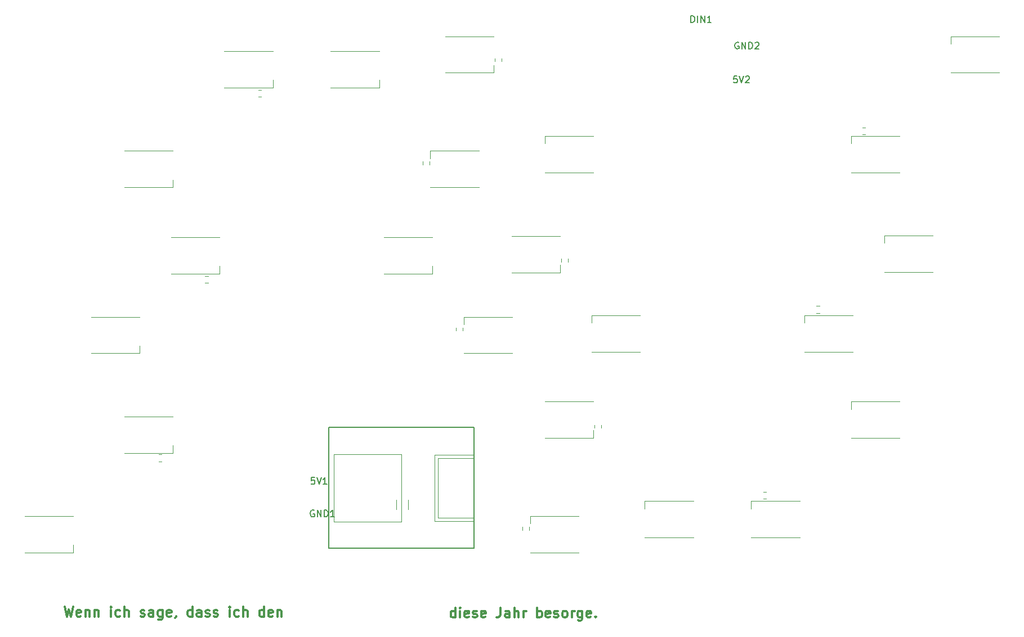
<source format=gbr>
%TF.GenerationSoftware,KiCad,Pcbnew,8.0.3*%
%TF.CreationDate,2024-12-20T11:05:53+01:00*%
%TF.ProjectId,christmas-tree,63687269-7374-46d6-9173-2d747265652e,rev?*%
%TF.SameCoordinates,Original*%
%TF.FileFunction,Legend,Top*%
%TF.FilePolarity,Positive*%
%FSLAX46Y46*%
G04 Gerber Fmt 4.6, Leading zero omitted, Abs format (unit mm)*
G04 Created by KiCad (PCBNEW 8.0.3) date 2024-12-20 11:05:53*
%MOMM*%
%LPD*%
G01*
G04 APERTURE LIST*
%ADD10C,0.300000*%
%ADD11C,0.150000*%
%ADD12C,0.120000*%
%ADD13C,0.100000*%
G04 APERTURE END LIST*
D10*
X123665225Y-158980828D02*
X123665225Y-157480828D01*
X123665225Y-158909400D02*
X123522367Y-158980828D01*
X123522367Y-158980828D02*
X123236653Y-158980828D01*
X123236653Y-158980828D02*
X123093796Y-158909400D01*
X123093796Y-158909400D02*
X123022367Y-158837971D01*
X123022367Y-158837971D02*
X122950939Y-158695114D01*
X122950939Y-158695114D02*
X122950939Y-158266542D01*
X122950939Y-158266542D02*
X123022367Y-158123685D01*
X123022367Y-158123685D02*
X123093796Y-158052257D01*
X123093796Y-158052257D02*
X123236653Y-157980828D01*
X123236653Y-157980828D02*
X123522367Y-157980828D01*
X123522367Y-157980828D02*
X123665225Y-158052257D01*
X124379510Y-158980828D02*
X124379510Y-157980828D01*
X124379510Y-157480828D02*
X124308082Y-157552257D01*
X124308082Y-157552257D02*
X124379510Y-157623685D01*
X124379510Y-157623685D02*
X124450939Y-157552257D01*
X124450939Y-157552257D02*
X124379510Y-157480828D01*
X124379510Y-157480828D02*
X124379510Y-157623685D01*
X125665225Y-158909400D02*
X125522368Y-158980828D01*
X125522368Y-158980828D02*
X125236654Y-158980828D01*
X125236654Y-158980828D02*
X125093796Y-158909400D01*
X125093796Y-158909400D02*
X125022368Y-158766542D01*
X125022368Y-158766542D02*
X125022368Y-158195114D01*
X125022368Y-158195114D02*
X125093796Y-158052257D01*
X125093796Y-158052257D02*
X125236654Y-157980828D01*
X125236654Y-157980828D02*
X125522368Y-157980828D01*
X125522368Y-157980828D02*
X125665225Y-158052257D01*
X125665225Y-158052257D02*
X125736654Y-158195114D01*
X125736654Y-158195114D02*
X125736654Y-158337971D01*
X125736654Y-158337971D02*
X125022368Y-158480828D01*
X126308082Y-158909400D02*
X126450939Y-158980828D01*
X126450939Y-158980828D02*
X126736653Y-158980828D01*
X126736653Y-158980828D02*
X126879510Y-158909400D01*
X126879510Y-158909400D02*
X126950939Y-158766542D01*
X126950939Y-158766542D02*
X126950939Y-158695114D01*
X126950939Y-158695114D02*
X126879510Y-158552257D01*
X126879510Y-158552257D02*
X126736653Y-158480828D01*
X126736653Y-158480828D02*
X126522368Y-158480828D01*
X126522368Y-158480828D02*
X126379510Y-158409400D01*
X126379510Y-158409400D02*
X126308082Y-158266542D01*
X126308082Y-158266542D02*
X126308082Y-158195114D01*
X126308082Y-158195114D02*
X126379510Y-158052257D01*
X126379510Y-158052257D02*
X126522368Y-157980828D01*
X126522368Y-157980828D02*
X126736653Y-157980828D01*
X126736653Y-157980828D02*
X126879510Y-158052257D01*
X128165225Y-158909400D02*
X128022368Y-158980828D01*
X128022368Y-158980828D02*
X127736654Y-158980828D01*
X127736654Y-158980828D02*
X127593796Y-158909400D01*
X127593796Y-158909400D02*
X127522368Y-158766542D01*
X127522368Y-158766542D02*
X127522368Y-158195114D01*
X127522368Y-158195114D02*
X127593796Y-158052257D01*
X127593796Y-158052257D02*
X127736654Y-157980828D01*
X127736654Y-157980828D02*
X128022368Y-157980828D01*
X128022368Y-157980828D02*
X128165225Y-158052257D01*
X128165225Y-158052257D02*
X128236654Y-158195114D01*
X128236654Y-158195114D02*
X128236654Y-158337971D01*
X128236654Y-158337971D02*
X127522368Y-158480828D01*
X130450939Y-157480828D02*
X130450939Y-158552257D01*
X130450939Y-158552257D02*
X130379510Y-158766542D01*
X130379510Y-158766542D02*
X130236653Y-158909400D01*
X130236653Y-158909400D02*
X130022367Y-158980828D01*
X130022367Y-158980828D02*
X129879510Y-158980828D01*
X131808082Y-158980828D02*
X131808082Y-158195114D01*
X131808082Y-158195114D02*
X131736653Y-158052257D01*
X131736653Y-158052257D02*
X131593796Y-157980828D01*
X131593796Y-157980828D02*
X131308082Y-157980828D01*
X131308082Y-157980828D02*
X131165224Y-158052257D01*
X131808082Y-158909400D02*
X131665224Y-158980828D01*
X131665224Y-158980828D02*
X131308082Y-158980828D01*
X131308082Y-158980828D02*
X131165224Y-158909400D01*
X131165224Y-158909400D02*
X131093796Y-158766542D01*
X131093796Y-158766542D02*
X131093796Y-158623685D01*
X131093796Y-158623685D02*
X131165224Y-158480828D01*
X131165224Y-158480828D02*
X131308082Y-158409400D01*
X131308082Y-158409400D02*
X131665224Y-158409400D01*
X131665224Y-158409400D02*
X131808082Y-158337971D01*
X132522367Y-158980828D02*
X132522367Y-157480828D01*
X133165225Y-158980828D02*
X133165225Y-158195114D01*
X133165225Y-158195114D02*
X133093796Y-158052257D01*
X133093796Y-158052257D02*
X132950939Y-157980828D01*
X132950939Y-157980828D02*
X132736653Y-157980828D01*
X132736653Y-157980828D02*
X132593796Y-158052257D01*
X132593796Y-158052257D02*
X132522367Y-158123685D01*
X133879510Y-158980828D02*
X133879510Y-157980828D01*
X133879510Y-158266542D02*
X133950939Y-158123685D01*
X133950939Y-158123685D02*
X134022368Y-158052257D01*
X134022368Y-158052257D02*
X134165225Y-157980828D01*
X134165225Y-157980828D02*
X134308082Y-157980828D01*
X135950938Y-158980828D02*
X135950938Y-157480828D01*
X135950938Y-158052257D02*
X136093796Y-157980828D01*
X136093796Y-157980828D02*
X136379510Y-157980828D01*
X136379510Y-157980828D02*
X136522367Y-158052257D01*
X136522367Y-158052257D02*
X136593796Y-158123685D01*
X136593796Y-158123685D02*
X136665224Y-158266542D01*
X136665224Y-158266542D02*
X136665224Y-158695114D01*
X136665224Y-158695114D02*
X136593796Y-158837971D01*
X136593796Y-158837971D02*
X136522367Y-158909400D01*
X136522367Y-158909400D02*
X136379510Y-158980828D01*
X136379510Y-158980828D02*
X136093796Y-158980828D01*
X136093796Y-158980828D02*
X135950938Y-158909400D01*
X137879510Y-158909400D02*
X137736653Y-158980828D01*
X137736653Y-158980828D02*
X137450939Y-158980828D01*
X137450939Y-158980828D02*
X137308081Y-158909400D01*
X137308081Y-158909400D02*
X137236653Y-158766542D01*
X137236653Y-158766542D02*
X137236653Y-158195114D01*
X137236653Y-158195114D02*
X137308081Y-158052257D01*
X137308081Y-158052257D02*
X137450939Y-157980828D01*
X137450939Y-157980828D02*
X137736653Y-157980828D01*
X137736653Y-157980828D02*
X137879510Y-158052257D01*
X137879510Y-158052257D02*
X137950939Y-158195114D01*
X137950939Y-158195114D02*
X137950939Y-158337971D01*
X137950939Y-158337971D02*
X137236653Y-158480828D01*
X138522367Y-158909400D02*
X138665224Y-158980828D01*
X138665224Y-158980828D02*
X138950938Y-158980828D01*
X138950938Y-158980828D02*
X139093795Y-158909400D01*
X139093795Y-158909400D02*
X139165224Y-158766542D01*
X139165224Y-158766542D02*
X139165224Y-158695114D01*
X139165224Y-158695114D02*
X139093795Y-158552257D01*
X139093795Y-158552257D02*
X138950938Y-158480828D01*
X138950938Y-158480828D02*
X138736653Y-158480828D01*
X138736653Y-158480828D02*
X138593795Y-158409400D01*
X138593795Y-158409400D02*
X138522367Y-158266542D01*
X138522367Y-158266542D02*
X138522367Y-158195114D01*
X138522367Y-158195114D02*
X138593795Y-158052257D01*
X138593795Y-158052257D02*
X138736653Y-157980828D01*
X138736653Y-157980828D02*
X138950938Y-157980828D01*
X138950938Y-157980828D02*
X139093795Y-158052257D01*
X140022367Y-158980828D02*
X139879510Y-158909400D01*
X139879510Y-158909400D02*
X139808081Y-158837971D01*
X139808081Y-158837971D02*
X139736653Y-158695114D01*
X139736653Y-158695114D02*
X139736653Y-158266542D01*
X139736653Y-158266542D02*
X139808081Y-158123685D01*
X139808081Y-158123685D02*
X139879510Y-158052257D01*
X139879510Y-158052257D02*
X140022367Y-157980828D01*
X140022367Y-157980828D02*
X140236653Y-157980828D01*
X140236653Y-157980828D02*
X140379510Y-158052257D01*
X140379510Y-158052257D02*
X140450939Y-158123685D01*
X140450939Y-158123685D02*
X140522367Y-158266542D01*
X140522367Y-158266542D02*
X140522367Y-158695114D01*
X140522367Y-158695114D02*
X140450939Y-158837971D01*
X140450939Y-158837971D02*
X140379510Y-158909400D01*
X140379510Y-158909400D02*
X140236653Y-158980828D01*
X140236653Y-158980828D02*
X140022367Y-158980828D01*
X141165224Y-158980828D02*
X141165224Y-157980828D01*
X141165224Y-158266542D02*
X141236653Y-158123685D01*
X141236653Y-158123685D02*
X141308082Y-158052257D01*
X141308082Y-158052257D02*
X141450939Y-157980828D01*
X141450939Y-157980828D02*
X141593796Y-157980828D01*
X142736653Y-157980828D02*
X142736653Y-159195114D01*
X142736653Y-159195114D02*
X142665224Y-159337971D01*
X142665224Y-159337971D02*
X142593795Y-159409400D01*
X142593795Y-159409400D02*
X142450938Y-159480828D01*
X142450938Y-159480828D02*
X142236653Y-159480828D01*
X142236653Y-159480828D02*
X142093795Y-159409400D01*
X142736653Y-158909400D02*
X142593795Y-158980828D01*
X142593795Y-158980828D02*
X142308081Y-158980828D01*
X142308081Y-158980828D02*
X142165224Y-158909400D01*
X142165224Y-158909400D02*
X142093795Y-158837971D01*
X142093795Y-158837971D02*
X142022367Y-158695114D01*
X142022367Y-158695114D02*
X142022367Y-158266542D01*
X142022367Y-158266542D02*
X142093795Y-158123685D01*
X142093795Y-158123685D02*
X142165224Y-158052257D01*
X142165224Y-158052257D02*
X142308081Y-157980828D01*
X142308081Y-157980828D02*
X142593795Y-157980828D01*
X142593795Y-157980828D02*
X142736653Y-158052257D01*
X144022367Y-158909400D02*
X143879510Y-158980828D01*
X143879510Y-158980828D02*
X143593796Y-158980828D01*
X143593796Y-158980828D02*
X143450938Y-158909400D01*
X143450938Y-158909400D02*
X143379510Y-158766542D01*
X143379510Y-158766542D02*
X143379510Y-158195114D01*
X143379510Y-158195114D02*
X143450938Y-158052257D01*
X143450938Y-158052257D02*
X143593796Y-157980828D01*
X143593796Y-157980828D02*
X143879510Y-157980828D01*
X143879510Y-157980828D02*
X144022367Y-158052257D01*
X144022367Y-158052257D02*
X144093796Y-158195114D01*
X144093796Y-158195114D02*
X144093796Y-158337971D01*
X144093796Y-158337971D02*
X143379510Y-158480828D01*
X144736652Y-158837971D02*
X144808081Y-158909400D01*
X144808081Y-158909400D02*
X144736652Y-158980828D01*
X144736652Y-158980828D02*
X144665224Y-158909400D01*
X144665224Y-158909400D02*
X144736652Y-158837971D01*
X144736652Y-158837971D02*
X144736652Y-158980828D01*
X64886653Y-157330828D02*
X65243796Y-158830828D01*
X65243796Y-158830828D02*
X65529510Y-157759400D01*
X65529510Y-157759400D02*
X65815225Y-158830828D01*
X65815225Y-158830828D02*
X66172368Y-157330828D01*
X67315225Y-158759400D02*
X67172368Y-158830828D01*
X67172368Y-158830828D02*
X66886654Y-158830828D01*
X66886654Y-158830828D02*
X66743796Y-158759400D01*
X66743796Y-158759400D02*
X66672368Y-158616542D01*
X66672368Y-158616542D02*
X66672368Y-158045114D01*
X66672368Y-158045114D02*
X66743796Y-157902257D01*
X66743796Y-157902257D02*
X66886654Y-157830828D01*
X66886654Y-157830828D02*
X67172368Y-157830828D01*
X67172368Y-157830828D02*
X67315225Y-157902257D01*
X67315225Y-157902257D02*
X67386654Y-158045114D01*
X67386654Y-158045114D02*
X67386654Y-158187971D01*
X67386654Y-158187971D02*
X66672368Y-158330828D01*
X68029510Y-157830828D02*
X68029510Y-158830828D01*
X68029510Y-157973685D02*
X68100939Y-157902257D01*
X68100939Y-157902257D02*
X68243796Y-157830828D01*
X68243796Y-157830828D02*
X68458082Y-157830828D01*
X68458082Y-157830828D02*
X68600939Y-157902257D01*
X68600939Y-157902257D02*
X68672368Y-158045114D01*
X68672368Y-158045114D02*
X68672368Y-158830828D01*
X69386653Y-157830828D02*
X69386653Y-158830828D01*
X69386653Y-157973685D02*
X69458082Y-157902257D01*
X69458082Y-157902257D02*
X69600939Y-157830828D01*
X69600939Y-157830828D02*
X69815225Y-157830828D01*
X69815225Y-157830828D02*
X69958082Y-157902257D01*
X69958082Y-157902257D02*
X70029511Y-158045114D01*
X70029511Y-158045114D02*
X70029511Y-158830828D01*
X71886653Y-158830828D02*
X71886653Y-157830828D01*
X71886653Y-157330828D02*
X71815225Y-157402257D01*
X71815225Y-157402257D02*
X71886653Y-157473685D01*
X71886653Y-157473685D02*
X71958082Y-157402257D01*
X71958082Y-157402257D02*
X71886653Y-157330828D01*
X71886653Y-157330828D02*
X71886653Y-157473685D01*
X73243797Y-158759400D02*
X73100939Y-158830828D01*
X73100939Y-158830828D02*
X72815225Y-158830828D01*
X72815225Y-158830828D02*
X72672368Y-158759400D01*
X72672368Y-158759400D02*
X72600939Y-158687971D01*
X72600939Y-158687971D02*
X72529511Y-158545114D01*
X72529511Y-158545114D02*
X72529511Y-158116542D01*
X72529511Y-158116542D02*
X72600939Y-157973685D01*
X72600939Y-157973685D02*
X72672368Y-157902257D01*
X72672368Y-157902257D02*
X72815225Y-157830828D01*
X72815225Y-157830828D02*
X73100939Y-157830828D01*
X73100939Y-157830828D02*
X73243797Y-157902257D01*
X73886653Y-158830828D02*
X73886653Y-157330828D01*
X74529511Y-158830828D02*
X74529511Y-158045114D01*
X74529511Y-158045114D02*
X74458082Y-157902257D01*
X74458082Y-157902257D02*
X74315225Y-157830828D01*
X74315225Y-157830828D02*
X74100939Y-157830828D01*
X74100939Y-157830828D02*
X73958082Y-157902257D01*
X73958082Y-157902257D02*
X73886653Y-157973685D01*
X76315225Y-158759400D02*
X76458082Y-158830828D01*
X76458082Y-158830828D02*
X76743796Y-158830828D01*
X76743796Y-158830828D02*
X76886653Y-158759400D01*
X76886653Y-158759400D02*
X76958082Y-158616542D01*
X76958082Y-158616542D02*
X76958082Y-158545114D01*
X76958082Y-158545114D02*
X76886653Y-158402257D01*
X76886653Y-158402257D02*
X76743796Y-158330828D01*
X76743796Y-158330828D02*
X76529511Y-158330828D01*
X76529511Y-158330828D02*
X76386653Y-158259400D01*
X76386653Y-158259400D02*
X76315225Y-158116542D01*
X76315225Y-158116542D02*
X76315225Y-158045114D01*
X76315225Y-158045114D02*
X76386653Y-157902257D01*
X76386653Y-157902257D02*
X76529511Y-157830828D01*
X76529511Y-157830828D02*
X76743796Y-157830828D01*
X76743796Y-157830828D02*
X76886653Y-157902257D01*
X78243797Y-158830828D02*
X78243797Y-158045114D01*
X78243797Y-158045114D02*
X78172368Y-157902257D01*
X78172368Y-157902257D02*
X78029511Y-157830828D01*
X78029511Y-157830828D02*
X77743797Y-157830828D01*
X77743797Y-157830828D02*
X77600939Y-157902257D01*
X78243797Y-158759400D02*
X78100939Y-158830828D01*
X78100939Y-158830828D02*
X77743797Y-158830828D01*
X77743797Y-158830828D02*
X77600939Y-158759400D01*
X77600939Y-158759400D02*
X77529511Y-158616542D01*
X77529511Y-158616542D02*
X77529511Y-158473685D01*
X77529511Y-158473685D02*
X77600939Y-158330828D01*
X77600939Y-158330828D02*
X77743797Y-158259400D01*
X77743797Y-158259400D02*
X78100939Y-158259400D01*
X78100939Y-158259400D02*
X78243797Y-158187971D01*
X79600940Y-157830828D02*
X79600940Y-159045114D01*
X79600940Y-159045114D02*
X79529511Y-159187971D01*
X79529511Y-159187971D02*
X79458082Y-159259400D01*
X79458082Y-159259400D02*
X79315225Y-159330828D01*
X79315225Y-159330828D02*
X79100940Y-159330828D01*
X79100940Y-159330828D02*
X78958082Y-159259400D01*
X79600940Y-158759400D02*
X79458082Y-158830828D01*
X79458082Y-158830828D02*
X79172368Y-158830828D01*
X79172368Y-158830828D02*
X79029511Y-158759400D01*
X79029511Y-158759400D02*
X78958082Y-158687971D01*
X78958082Y-158687971D02*
X78886654Y-158545114D01*
X78886654Y-158545114D02*
X78886654Y-158116542D01*
X78886654Y-158116542D02*
X78958082Y-157973685D01*
X78958082Y-157973685D02*
X79029511Y-157902257D01*
X79029511Y-157902257D02*
X79172368Y-157830828D01*
X79172368Y-157830828D02*
X79458082Y-157830828D01*
X79458082Y-157830828D02*
X79600940Y-157902257D01*
X80886654Y-158759400D02*
X80743797Y-158830828D01*
X80743797Y-158830828D02*
X80458083Y-158830828D01*
X80458083Y-158830828D02*
X80315225Y-158759400D01*
X80315225Y-158759400D02*
X80243797Y-158616542D01*
X80243797Y-158616542D02*
X80243797Y-158045114D01*
X80243797Y-158045114D02*
X80315225Y-157902257D01*
X80315225Y-157902257D02*
X80458083Y-157830828D01*
X80458083Y-157830828D02*
X80743797Y-157830828D01*
X80743797Y-157830828D02*
X80886654Y-157902257D01*
X80886654Y-157902257D02*
X80958083Y-158045114D01*
X80958083Y-158045114D02*
X80958083Y-158187971D01*
X80958083Y-158187971D02*
X80243797Y-158330828D01*
X81672368Y-158759400D02*
X81672368Y-158830828D01*
X81672368Y-158830828D02*
X81600939Y-158973685D01*
X81600939Y-158973685D02*
X81529511Y-159045114D01*
X84100940Y-158830828D02*
X84100940Y-157330828D01*
X84100940Y-158759400D02*
X83958082Y-158830828D01*
X83958082Y-158830828D02*
X83672368Y-158830828D01*
X83672368Y-158830828D02*
X83529511Y-158759400D01*
X83529511Y-158759400D02*
X83458082Y-158687971D01*
X83458082Y-158687971D02*
X83386654Y-158545114D01*
X83386654Y-158545114D02*
X83386654Y-158116542D01*
X83386654Y-158116542D02*
X83458082Y-157973685D01*
X83458082Y-157973685D02*
X83529511Y-157902257D01*
X83529511Y-157902257D02*
X83672368Y-157830828D01*
X83672368Y-157830828D02*
X83958082Y-157830828D01*
X83958082Y-157830828D02*
X84100940Y-157902257D01*
X85458083Y-158830828D02*
X85458083Y-158045114D01*
X85458083Y-158045114D02*
X85386654Y-157902257D01*
X85386654Y-157902257D02*
X85243797Y-157830828D01*
X85243797Y-157830828D02*
X84958083Y-157830828D01*
X84958083Y-157830828D02*
X84815225Y-157902257D01*
X85458083Y-158759400D02*
X85315225Y-158830828D01*
X85315225Y-158830828D02*
X84958083Y-158830828D01*
X84958083Y-158830828D02*
X84815225Y-158759400D01*
X84815225Y-158759400D02*
X84743797Y-158616542D01*
X84743797Y-158616542D02*
X84743797Y-158473685D01*
X84743797Y-158473685D02*
X84815225Y-158330828D01*
X84815225Y-158330828D02*
X84958083Y-158259400D01*
X84958083Y-158259400D02*
X85315225Y-158259400D01*
X85315225Y-158259400D02*
X85458083Y-158187971D01*
X86100940Y-158759400D02*
X86243797Y-158830828D01*
X86243797Y-158830828D02*
X86529511Y-158830828D01*
X86529511Y-158830828D02*
X86672368Y-158759400D01*
X86672368Y-158759400D02*
X86743797Y-158616542D01*
X86743797Y-158616542D02*
X86743797Y-158545114D01*
X86743797Y-158545114D02*
X86672368Y-158402257D01*
X86672368Y-158402257D02*
X86529511Y-158330828D01*
X86529511Y-158330828D02*
X86315226Y-158330828D01*
X86315226Y-158330828D02*
X86172368Y-158259400D01*
X86172368Y-158259400D02*
X86100940Y-158116542D01*
X86100940Y-158116542D02*
X86100940Y-158045114D01*
X86100940Y-158045114D02*
X86172368Y-157902257D01*
X86172368Y-157902257D02*
X86315226Y-157830828D01*
X86315226Y-157830828D02*
X86529511Y-157830828D01*
X86529511Y-157830828D02*
X86672368Y-157902257D01*
X87315226Y-158759400D02*
X87458083Y-158830828D01*
X87458083Y-158830828D02*
X87743797Y-158830828D01*
X87743797Y-158830828D02*
X87886654Y-158759400D01*
X87886654Y-158759400D02*
X87958083Y-158616542D01*
X87958083Y-158616542D02*
X87958083Y-158545114D01*
X87958083Y-158545114D02*
X87886654Y-158402257D01*
X87886654Y-158402257D02*
X87743797Y-158330828D01*
X87743797Y-158330828D02*
X87529512Y-158330828D01*
X87529512Y-158330828D02*
X87386654Y-158259400D01*
X87386654Y-158259400D02*
X87315226Y-158116542D01*
X87315226Y-158116542D02*
X87315226Y-158045114D01*
X87315226Y-158045114D02*
X87386654Y-157902257D01*
X87386654Y-157902257D02*
X87529512Y-157830828D01*
X87529512Y-157830828D02*
X87743797Y-157830828D01*
X87743797Y-157830828D02*
X87886654Y-157902257D01*
X89743797Y-158830828D02*
X89743797Y-157830828D01*
X89743797Y-157330828D02*
X89672369Y-157402257D01*
X89672369Y-157402257D02*
X89743797Y-157473685D01*
X89743797Y-157473685D02*
X89815226Y-157402257D01*
X89815226Y-157402257D02*
X89743797Y-157330828D01*
X89743797Y-157330828D02*
X89743797Y-157473685D01*
X91100941Y-158759400D02*
X90958083Y-158830828D01*
X90958083Y-158830828D02*
X90672369Y-158830828D01*
X90672369Y-158830828D02*
X90529512Y-158759400D01*
X90529512Y-158759400D02*
X90458083Y-158687971D01*
X90458083Y-158687971D02*
X90386655Y-158545114D01*
X90386655Y-158545114D02*
X90386655Y-158116542D01*
X90386655Y-158116542D02*
X90458083Y-157973685D01*
X90458083Y-157973685D02*
X90529512Y-157902257D01*
X90529512Y-157902257D02*
X90672369Y-157830828D01*
X90672369Y-157830828D02*
X90958083Y-157830828D01*
X90958083Y-157830828D02*
X91100941Y-157902257D01*
X91743797Y-158830828D02*
X91743797Y-157330828D01*
X92386655Y-158830828D02*
X92386655Y-158045114D01*
X92386655Y-158045114D02*
X92315226Y-157902257D01*
X92315226Y-157902257D02*
X92172369Y-157830828D01*
X92172369Y-157830828D02*
X91958083Y-157830828D01*
X91958083Y-157830828D02*
X91815226Y-157902257D01*
X91815226Y-157902257D02*
X91743797Y-157973685D01*
X94886655Y-158830828D02*
X94886655Y-157330828D01*
X94886655Y-158759400D02*
X94743797Y-158830828D01*
X94743797Y-158830828D02*
X94458083Y-158830828D01*
X94458083Y-158830828D02*
X94315226Y-158759400D01*
X94315226Y-158759400D02*
X94243797Y-158687971D01*
X94243797Y-158687971D02*
X94172369Y-158545114D01*
X94172369Y-158545114D02*
X94172369Y-158116542D01*
X94172369Y-158116542D02*
X94243797Y-157973685D01*
X94243797Y-157973685D02*
X94315226Y-157902257D01*
X94315226Y-157902257D02*
X94458083Y-157830828D01*
X94458083Y-157830828D02*
X94743797Y-157830828D01*
X94743797Y-157830828D02*
X94886655Y-157902257D01*
X96172369Y-158759400D02*
X96029512Y-158830828D01*
X96029512Y-158830828D02*
X95743798Y-158830828D01*
X95743798Y-158830828D02*
X95600940Y-158759400D01*
X95600940Y-158759400D02*
X95529512Y-158616542D01*
X95529512Y-158616542D02*
X95529512Y-158045114D01*
X95529512Y-158045114D02*
X95600940Y-157902257D01*
X95600940Y-157902257D02*
X95743798Y-157830828D01*
X95743798Y-157830828D02*
X96029512Y-157830828D01*
X96029512Y-157830828D02*
X96172369Y-157902257D01*
X96172369Y-157902257D02*
X96243798Y-158045114D01*
X96243798Y-158045114D02*
X96243798Y-158187971D01*
X96243798Y-158187971D02*
X95529512Y-158330828D01*
X96886654Y-157830828D02*
X96886654Y-158830828D01*
X96886654Y-157973685D02*
X96958083Y-157902257D01*
X96958083Y-157902257D02*
X97100940Y-157830828D01*
X97100940Y-157830828D02*
X97315226Y-157830828D01*
X97315226Y-157830828D02*
X97458083Y-157902257D01*
X97458083Y-157902257D02*
X97529512Y-158045114D01*
X97529512Y-158045114D02*
X97529512Y-158830828D01*
D11*
X166033333Y-77454819D02*
X165557143Y-77454819D01*
X165557143Y-77454819D02*
X165509524Y-77931009D01*
X165509524Y-77931009D02*
X165557143Y-77883390D01*
X165557143Y-77883390D02*
X165652381Y-77835771D01*
X165652381Y-77835771D02*
X165890476Y-77835771D01*
X165890476Y-77835771D02*
X165985714Y-77883390D01*
X165985714Y-77883390D02*
X166033333Y-77931009D01*
X166033333Y-77931009D02*
X166080952Y-78026247D01*
X166080952Y-78026247D02*
X166080952Y-78264342D01*
X166080952Y-78264342D02*
X166033333Y-78359580D01*
X166033333Y-78359580D02*
X165985714Y-78407200D01*
X165985714Y-78407200D02*
X165890476Y-78454819D01*
X165890476Y-78454819D02*
X165652381Y-78454819D01*
X165652381Y-78454819D02*
X165557143Y-78407200D01*
X165557143Y-78407200D02*
X165509524Y-78359580D01*
X166366667Y-77454819D02*
X166700000Y-78454819D01*
X166700000Y-78454819D02*
X167033333Y-77454819D01*
X167319048Y-77550057D02*
X167366667Y-77502438D01*
X167366667Y-77502438D02*
X167461905Y-77454819D01*
X167461905Y-77454819D02*
X167700000Y-77454819D01*
X167700000Y-77454819D02*
X167795238Y-77502438D01*
X167795238Y-77502438D02*
X167842857Y-77550057D01*
X167842857Y-77550057D02*
X167890476Y-77645295D01*
X167890476Y-77645295D02*
X167890476Y-77740533D01*
X167890476Y-77740533D02*
X167842857Y-77883390D01*
X167842857Y-77883390D02*
X167271429Y-78454819D01*
X167271429Y-78454819D02*
X167890476Y-78454819D01*
X102483333Y-137904819D02*
X102007143Y-137904819D01*
X102007143Y-137904819D02*
X101959524Y-138381009D01*
X101959524Y-138381009D02*
X102007143Y-138333390D01*
X102007143Y-138333390D02*
X102102381Y-138285771D01*
X102102381Y-138285771D02*
X102340476Y-138285771D01*
X102340476Y-138285771D02*
X102435714Y-138333390D01*
X102435714Y-138333390D02*
X102483333Y-138381009D01*
X102483333Y-138381009D02*
X102530952Y-138476247D01*
X102530952Y-138476247D02*
X102530952Y-138714342D01*
X102530952Y-138714342D02*
X102483333Y-138809580D01*
X102483333Y-138809580D02*
X102435714Y-138857200D01*
X102435714Y-138857200D02*
X102340476Y-138904819D01*
X102340476Y-138904819D02*
X102102381Y-138904819D01*
X102102381Y-138904819D02*
X102007143Y-138857200D01*
X102007143Y-138857200D02*
X101959524Y-138809580D01*
X102816667Y-137904819D02*
X103150000Y-138904819D01*
X103150000Y-138904819D02*
X103483333Y-137904819D01*
X104340476Y-138904819D02*
X103769048Y-138904819D01*
X104054762Y-138904819D02*
X104054762Y-137904819D01*
X104054762Y-137904819D02*
X103959524Y-138047676D01*
X103959524Y-138047676D02*
X103864286Y-138142914D01*
X103864286Y-138142914D02*
X103769048Y-138190533D01*
X159100000Y-69354819D02*
X159100000Y-68354819D01*
X159100000Y-68354819D02*
X159338095Y-68354819D01*
X159338095Y-68354819D02*
X159480952Y-68402438D01*
X159480952Y-68402438D02*
X159576190Y-68497676D01*
X159576190Y-68497676D02*
X159623809Y-68592914D01*
X159623809Y-68592914D02*
X159671428Y-68783390D01*
X159671428Y-68783390D02*
X159671428Y-68926247D01*
X159671428Y-68926247D02*
X159623809Y-69116723D01*
X159623809Y-69116723D02*
X159576190Y-69211961D01*
X159576190Y-69211961D02*
X159480952Y-69307200D01*
X159480952Y-69307200D02*
X159338095Y-69354819D01*
X159338095Y-69354819D02*
X159100000Y-69354819D01*
X160100000Y-69354819D02*
X160100000Y-68354819D01*
X160576190Y-69354819D02*
X160576190Y-68354819D01*
X160576190Y-68354819D02*
X161147618Y-69354819D01*
X161147618Y-69354819D02*
X161147618Y-68354819D01*
X162147618Y-69354819D02*
X161576190Y-69354819D01*
X161861904Y-69354819D02*
X161861904Y-68354819D01*
X161861904Y-68354819D02*
X161766666Y-68497676D01*
X161766666Y-68497676D02*
X161671428Y-68592914D01*
X161671428Y-68592914D02*
X161576190Y-68640533D01*
X166261904Y-72402438D02*
X166166666Y-72354819D01*
X166166666Y-72354819D02*
X166023809Y-72354819D01*
X166023809Y-72354819D02*
X165880952Y-72402438D01*
X165880952Y-72402438D02*
X165785714Y-72497676D01*
X165785714Y-72497676D02*
X165738095Y-72592914D01*
X165738095Y-72592914D02*
X165690476Y-72783390D01*
X165690476Y-72783390D02*
X165690476Y-72926247D01*
X165690476Y-72926247D02*
X165738095Y-73116723D01*
X165738095Y-73116723D02*
X165785714Y-73211961D01*
X165785714Y-73211961D02*
X165880952Y-73307200D01*
X165880952Y-73307200D02*
X166023809Y-73354819D01*
X166023809Y-73354819D02*
X166119047Y-73354819D01*
X166119047Y-73354819D02*
X166261904Y-73307200D01*
X166261904Y-73307200D02*
X166309523Y-73259580D01*
X166309523Y-73259580D02*
X166309523Y-72926247D01*
X166309523Y-72926247D02*
X166119047Y-72926247D01*
X166738095Y-73354819D02*
X166738095Y-72354819D01*
X166738095Y-72354819D02*
X167309523Y-73354819D01*
X167309523Y-73354819D02*
X167309523Y-72354819D01*
X167785714Y-73354819D02*
X167785714Y-72354819D01*
X167785714Y-72354819D02*
X168023809Y-72354819D01*
X168023809Y-72354819D02*
X168166666Y-72402438D01*
X168166666Y-72402438D02*
X168261904Y-72497676D01*
X168261904Y-72497676D02*
X168309523Y-72592914D01*
X168309523Y-72592914D02*
X168357142Y-72783390D01*
X168357142Y-72783390D02*
X168357142Y-72926247D01*
X168357142Y-72926247D02*
X168309523Y-73116723D01*
X168309523Y-73116723D02*
X168261904Y-73211961D01*
X168261904Y-73211961D02*
X168166666Y-73307200D01*
X168166666Y-73307200D02*
X168023809Y-73354819D01*
X168023809Y-73354819D02*
X167785714Y-73354819D01*
X168738095Y-72450057D02*
X168785714Y-72402438D01*
X168785714Y-72402438D02*
X168880952Y-72354819D01*
X168880952Y-72354819D02*
X169119047Y-72354819D01*
X169119047Y-72354819D02*
X169214285Y-72402438D01*
X169214285Y-72402438D02*
X169261904Y-72450057D01*
X169261904Y-72450057D02*
X169309523Y-72545295D01*
X169309523Y-72545295D02*
X169309523Y-72640533D01*
X169309523Y-72640533D02*
X169261904Y-72783390D01*
X169261904Y-72783390D02*
X168690476Y-73354819D01*
X168690476Y-73354819D02*
X169309523Y-73354819D01*
X102411904Y-142852438D02*
X102316666Y-142804819D01*
X102316666Y-142804819D02*
X102173809Y-142804819D01*
X102173809Y-142804819D02*
X102030952Y-142852438D01*
X102030952Y-142852438D02*
X101935714Y-142947676D01*
X101935714Y-142947676D02*
X101888095Y-143042914D01*
X101888095Y-143042914D02*
X101840476Y-143233390D01*
X101840476Y-143233390D02*
X101840476Y-143376247D01*
X101840476Y-143376247D02*
X101888095Y-143566723D01*
X101888095Y-143566723D02*
X101935714Y-143661961D01*
X101935714Y-143661961D02*
X102030952Y-143757200D01*
X102030952Y-143757200D02*
X102173809Y-143804819D01*
X102173809Y-143804819D02*
X102269047Y-143804819D01*
X102269047Y-143804819D02*
X102411904Y-143757200D01*
X102411904Y-143757200D02*
X102459523Y-143709580D01*
X102459523Y-143709580D02*
X102459523Y-143376247D01*
X102459523Y-143376247D02*
X102269047Y-143376247D01*
X102888095Y-143804819D02*
X102888095Y-142804819D01*
X102888095Y-142804819D02*
X103459523Y-143804819D01*
X103459523Y-143804819D02*
X103459523Y-142804819D01*
X103935714Y-143804819D02*
X103935714Y-142804819D01*
X103935714Y-142804819D02*
X104173809Y-142804819D01*
X104173809Y-142804819D02*
X104316666Y-142852438D01*
X104316666Y-142852438D02*
X104411904Y-142947676D01*
X104411904Y-142947676D02*
X104459523Y-143042914D01*
X104459523Y-143042914D02*
X104507142Y-143233390D01*
X104507142Y-143233390D02*
X104507142Y-143376247D01*
X104507142Y-143376247D02*
X104459523Y-143566723D01*
X104459523Y-143566723D02*
X104411904Y-143661961D01*
X104411904Y-143661961D02*
X104316666Y-143757200D01*
X104316666Y-143757200D02*
X104173809Y-143804819D01*
X104173809Y-143804819D02*
X103935714Y-143804819D01*
X105459523Y-143804819D02*
X104888095Y-143804819D01*
X105173809Y-143804819D02*
X105173809Y-142804819D01*
X105173809Y-142804819D02*
X105078571Y-142947676D01*
X105078571Y-142947676D02*
X104983333Y-143042914D01*
X104983333Y-143042914D02*
X104888095Y-143090533D01*
D12*
%TO.C,C104*%
X118727500Y-90312742D02*
X118727500Y-90787258D01*
X119772500Y-90312742D02*
X119772500Y-90787258D01*
%TO.C,D134*%
X205450000Y-76950000D02*
X198150000Y-76950000D01*
X205450000Y-71450000D02*
X198150000Y-71450000D01*
X198150000Y-71450000D02*
X198150000Y-72600000D01*
%TO.C,C108*%
X86487258Y-107527500D02*
X86012742Y-107527500D01*
X86487258Y-108572500D02*
X86012742Y-108572500D01*
%TO.C,C124*%
X114740000Y-141238748D02*
X114740000Y-142661252D01*
X116560000Y-141238748D02*
X116560000Y-142661252D01*
%TO.C,D102*%
X124900000Y-113700000D02*
X124900000Y-114850000D01*
X132200000Y-113700000D02*
X124900000Y-113700000D01*
X132200000Y-119200000D02*
X124900000Y-119200000D01*
%TO.C,D132*%
X195450000Y-106950000D02*
X188150000Y-106950000D01*
X195450000Y-101450000D02*
X188150000Y-101450000D01*
X188150000Y-101450000D02*
X188150000Y-102600000D01*
%TO.C,D126*%
X151450000Y-118950000D02*
X144150000Y-118950000D01*
X151450000Y-113450000D02*
X144150000Y-113450000D01*
X144150000Y-113450000D02*
X144150000Y-114600000D01*
%TO.C,D103*%
X112900000Y-101700000D02*
X120200000Y-101700000D01*
X112900000Y-107200000D02*
X120200000Y-107200000D01*
X120200000Y-107200000D02*
X120200000Y-106050000D01*
%TO.C,D131*%
X183450000Y-118950000D02*
X176150000Y-118950000D01*
X183450000Y-113450000D02*
X176150000Y-113450000D01*
X176150000Y-113450000D02*
X176150000Y-114600000D01*
%TO.C,D111*%
X58900000Y-143700000D02*
X66200000Y-143700000D01*
X58900000Y-149200000D02*
X66200000Y-149200000D01*
X66200000Y-149200000D02*
X66200000Y-148050000D01*
%TO.C,D109*%
X68900000Y-113700000D02*
X76200000Y-113700000D01*
X68900000Y-119200000D02*
X76200000Y-119200000D01*
X76200000Y-119200000D02*
X76200000Y-118050000D01*
%TO.C,D104*%
X119900000Y-88700000D02*
X119900000Y-89850000D01*
X127200000Y-88700000D02*
X119900000Y-88700000D01*
X127200000Y-94200000D02*
X119900000Y-94200000D01*
%TO.C,C106*%
X94487258Y-79527500D02*
X94012742Y-79527500D01*
X94487258Y-80572500D02*
X94012742Y-80572500D01*
%TO.C,D129*%
X175450000Y-146950000D02*
X168150000Y-146950000D01*
X175450000Y-141450000D02*
X168150000Y-141450000D01*
X168150000Y-141450000D02*
X168150000Y-142600000D01*
%TO.C,D125*%
X139450000Y-107050000D02*
X139450000Y-105900000D01*
X132150000Y-107050000D02*
X139450000Y-107050000D01*
X132150000Y-101550000D02*
X139450000Y-101550000D01*
%TO.C,D130*%
X190450000Y-131950000D02*
X183150000Y-131950000D01*
X190450000Y-126450000D02*
X183150000Y-126450000D01*
X183150000Y-126450000D02*
X183150000Y-127600000D01*
%TO.C,D107*%
X73900000Y-88700000D02*
X81200000Y-88700000D01*
X73900000Y-94200000D02*
X81200000Y-94200000D01*
X81200000Y-94200000D02*
X81200000Y-93050000D01*
%TO.C,C116*%
X145622500Y-130437258D02*
X145622500Y-129962742D01*
X144577500Y-130437258D02*
X144577500Y-129962742D01*
%TO.C,C112*%
X130622500Y-75237258D02*
X130622500Y-74762742D01*
X129577500Y-75237258D02*
X129577500Y-74762742D01*
%TO.C,D127*%
X144450000Y-131950000D02*
X144450000Y-130800000D01*
X137150000Y-131950000D02*
X144450000Y-131950000D01*
X137150000Y-126450000D02*
X144450000Y-126450000D01*
%TO.C,C101*%
X133727500Y-145312742D02*
X133727500Y-145787258D01*
X134772500Y-145312742D02*
X134772500Y-145787258D01*
%TO.C,D133*%
X190450000Y-91950000D02*
X183150000Y-91950000D01*
X190450000Y-86450000D02*
X183150000Y-86450000D01*
X183150000Y-86450000D02*
X183150000Y-87600000D01*
%TO.C,D108*%
X80900000Y-101700000D02*
X88200000Y-101700000D01*
X80900000Y-107200000D02*
X88200000Y-107200000D01*
X88200000Y-107200000D02*
X88200000Y-106050000D01*
%TO.C,D124*%
X144450000Y-91950000D02*
X137150000Y-91950000D01*
X144450000Y-86450000D02*
X137150000Y-86450000D01*
X137150000Y-86450000D02*
X137150000Y-87600000D01*
%TO.C,C120*%
X177962742Y-113122500D02*
X178437258Y-113122500D01*
X177962742Y-112077500D02*
X178437258Y-112077500D01*
%TO.C,C122*%
X184862742Y-86222500D02*
X185337258Y-86222500D01*
X184862742Y-85177500D02*
X185337258Y-85177500D01*
%TO.C,D110*%
X73900000Y-128700000D02*
X81200000Y-128700000D01*
X73900000Y-134200000D02*
X81200000Y-134200000D01*
X81200000Y-134200000D02*
X81200000Y-133050000D01*
%TO.C,D101*%
X134900000Y-143700000D02*
X134900000Y-144850000D01*
X142200000Y-143700000D02*
X134900000Y-143700000D01*
X142200000Y-149200000D02*
X134900000Y-149200000D01*
%TO.C,U101*%
D13*
X115550000Y-144530000D02*
X105390000Y-144530000D01*
X105390000Y-134370000D01*
X115550000Y-134370000D01*
X115550000Y-144530000D01*
X126450000Y-143950000D02*
X121050000Y-143950000D01*
X121050000Y-134950000D01*
X126450000Y-134950000D01*
X126450000Y-143950000D01*
X126450000Y-144450000D02*
X120550000Y-144450000D01*
X120550000Y-134450000D01*
X126450000Y-134450000D01*
X126450000Y-144450000D01*
D11*
X126450000Y-148550000D02*
X104650000Y-148550000D01*
X104650000Y-130350000D01*
X126450000Y-130350000D01*
X126450000Y-148550000D01*
D12*
%TO.C,D128*%
X159450000Y-146950000D02*
X152150000Y-146950000D01*
X159450000Y-141450000D02*
X152150000Y-141450000D01*
X152150000Y-141450000D02*
X152150000Y-142600000D01*
%TO.C,D105*%
X104900000Y-73700000D02*
X112200000Y-73700000D01*
X104900000Y-79200000D02*
X112200000Y-79200000D01*
X112200000Y-79200000D02*
X112200000Y-78050000D01*
%TO.C,C114*%
X140622500Y-105437258D02*
X140622500Y-104962742D01*
X139577500Y-105437258D02*
X139577500Y-104962742D01*
%TO.C,C110*%
X79487258Y-134427500D02*
X79012742Y-134427500D01*
X79487258Y-135472500D02*
X79012742Y-135472500D01*
%TO.C,C118*%
X169962742Y-141122500D02*
X170437258Y-141122500D01*
X169962742Y-140077500D02*
X170437258Y-140077500D01*
%TO.C,D106*%
X88900000Y-73700000D02*
X96200000Y-73700000D01*
X88900000Y-79200000D02*
X96200000Y-79200000D01*
X96200000Y-79200000D02*
X96200000Y-78050000D01*
%TO.C,C102*%
X123727500Y-115312742D02*
X123727500Y-115787258D01*
X124772500Y-115312742D02*
X124772500Y-115787258D01*
%TO.C,D123*%
X129450000Y-76950000D02*
X129450000Y-75800000D01*
X122150000Y-76950000D02*
X129450000Y-76950000D01*
X122150000Y-71450000D02*
X129450000Y-71450000D01*
%TD*%
M02*

</source>
